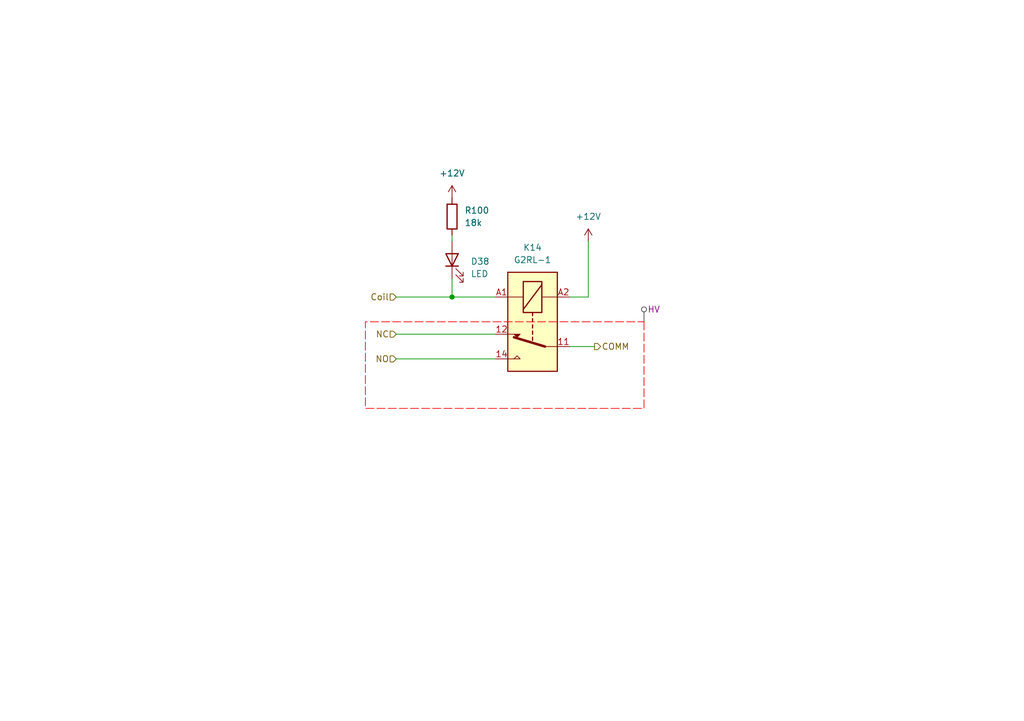
<source format=kicad_sch>
(kicad_sch (version 20250114) (generator "eeschema") (generator_version "9.0")
  (paper "A5")
  (lib_symbols
    (symbol "Device:LED" (pin_numbers (hide yes)) (pin_names (offset 1.016) (hide yes))
      (property "Reference" "D" (at 0 2.54 0))
      (property "Value" "LED" (at 0 -2.54 0))
      (symbol "LED_0_1"
        (polyline (pts (xy -3.048 -0.762) (xy -4.572 -2.286) (xy -3.81 -2.286) (xy -4.572 -2.286) (xy -4.572 -1.524)))
        (polyline (pts (xy -1.778 -0.762) (xy -3.302 -2.286) (xy -2.54 -2.286) (xy -3.302 -2.286) (xy -3.302 -1.524)))
        (polyline (pts (xy -1.27 0) (xy 1.27 0)))
        (polyline (pts (xy -1.27 -1.27) (xy -1.27 1.27)) (stroke (width 0.254)))
        (polyline (pts (xy 1.27 -1.27) (xy 1.27 1.27) (xy -1.27 0) (xy 1.27 -1.27)) (stroke (width 0.254)))
      )
      (symbol "LED_1_1"
        (pin passive line (at -3.81 0 0) (length 2.54) (name "K") (number "1"))
        (pin passive line (at 3.81 0 180) (length 2.54) (name "A") (number "2"))
      )
    )
    (symbol "Device:R" (pin_numbers (hide yes)) (pin_names (offset 0))
      (property "Reference" "R" (at 2.032 0 90))
      (property "Value" "R" (at 0 0 90))
      (symbol "R_0_1"
        (rectangle (start -1.016 -2.54) (end 1.016 2.54) (stroke (width 0.254)))
      )
      (symbol "R_1_1"
        (pin passive line (at 0 3.81 270) (length 1.27) (name "~") (number "1"))
        (pin passive line (at 0 -3.81 90) (length 1.27) (name "~") (number "2"))
      )
    )
    (symbol "Relay:G2RL-1"
      (property "Reference" "K" (at 11.43 3.81 0))
      (property "Value" "G2RL-1" (at 11.43 1.27 0))
      (symbol "G2RL-1_0_0"
        (polyline (pts (xy 7.62 5.08) (xy 7.62 2.54) (xy 6.985 3.175) (xy 7.62 3.81)))
      )
      (symbol "G2RL-1_0_1"
        (rectangle (start -10.16 5.08) (end 10.16 -5.08) (stroke (width 0.254)) (fill (type background)))
        (rectangle (start -8.255 1.905) (end -1.905 -1.905) (stroke (width 0.254)))
        (polyline (pts (xy -7.62 -1.905) (xy -2.54 1.905)) (stroke (width 0.254)))
        (polyline (pts (xy -5.08 5.08) (xy -5.08 1.905)))
        (polyline (pts (xy -5.08 -5.08) (xy -5.08 -1.905)))
        (polyline (pts (xy -1.905 0) (xy -1.27 0)) (stroke (width 0.254)))
        (polyline (pts (xy -0.635 0) (xy 0 0)) (stroke (width 0.254)))
        (polyline (pts (xy 0.635 0) (xy 1.27 0)) (stroke (width 0.254)))
        (polyline (pts (xy 1.905 0) (xy 2.54 0)) (stroke (width 0.254)))
        (polyline (pts (xy 2.54 5.08) (xy 2.54 2.54) (xy 3.175 3.175) (xy 2.54 3.81)) (fill (type outline)))
        (polyline (pts (xy 3.175 0) (xy 3.81 0)) (stroke (width 0.254)))
        (polyline (pts (xy 5.08 -2.54) (xy 3.175 3.81)) (stroke (width 0.508)))
        (polyline (pts (xy 5.08 -2.54) (xy 5.08 -5.08)))
      )
      (symbol "G2RL-1_1_1"
        (pin passive line (at -5.08 7.62 270) (length 2.54) (name "~") (number "A1"))
        (pin passive line (at -5.08 -7.62 90) (length 2.54) (name "~") (number "A2"))
        (pin passive line (at 2.54 7.62 270) (length 2.54) (name "~") (number "12"))
        (pin passive line (at 5.08 -7.62 90) (length 2.54) (name "~") (number "11"))
        (pin passive line (at 7.62 7.62 270) (length 2.54) (name "~") (number "14"))
      )
    )
    (symbol "power:+12V" (power) (pin_numbers (hide yes)) (pin_names (offset 0) (hide yes))
      (property "Value" "+12V" (at 0 3.556 0))
      (symbol "+12V_0_1"
        (polyline (pts (xy -0.762 1.27) (xy 0 2.54)))
        (polyline (pts (xy 0 2.54) (xy 0.762 1.27)))
        (polyline (pts (xy 0 0) (xy 0 2.54)))
      )
      (symbol "+12V_1_1"
        (pin power_in line (at 0 0 90) (length 0) (name "~") (number "1"))
      )
    )
  )
  (junction (at 92.71 60.96))
  (wire (pts (xy 81.28 73.66) (xy 101.6 73.66)))
  (wire (pts (xy 81.28 60.96) (xy 92.71 60.96)))
  (wire (pts (xy 120.65 49.53) (xy 120.65 60.96)))
  (wire (pts (xy 92.71 60.96) (xy 101.6 60.96)))
  (wire (pts (xy 121.92 71.12) (xy 116.84 71.12)))
  (wire (pts (xy 81.28 68.58) (xy 101.6 68.58)))
  (wire (pts (xy 92.71 60.96) (xy 92.71 57.15)))
  (wire (pts (xy 120.65 60.96) (xy 116.84 60.96)))
  (wire (pts (xy 92.71 48.26) (xy 92.71 49.53)))
  (hierarchical_label "NO" (shape input) (at 81.28 73.66 180))
  (hierarchical_label "COMM" (shape output) (at 121.92 71.12 0))
  (hierarchical_label "NC" (shape input) (at 81.28 68.58 180))
  (hierarchical_label "Coil" (shape input) (at 81.28 60.96 180))
  (rule_area (polyline (pts (xy 132.08 66.04) (xy 132.08 83.82) (xy 74.93 83.82) (xy 74.93 66.04)) (stroke (width 0) (type dash))))
  (netclass_flag "" (length 2.54) (shape round) (at 132.08 66.04 0) (property "Netclass" "HV" (at 132.7785 63.5 0) (effects (justify left))))
  (symbol (lib_id "Device:R") (at 92.71 44.45 0) (unit 1)
    (property "Reference" "R87" (at 95.25 43.1799 0) (effects (justify left)))
    (property "Value" "18k" (at 95.25 45.7199 0) (effects (justify left)))
    (property "Footprint" "Resistor_SMD:R_0603_1608Metric" (effects (hide yes)))
    (property "Description" "Resistor" (effects (hide yes)))
    (instances (project "esp32-didatic-kit" (path "" (reference "R100") (unit 1)) (path "" (reference "R97") (unit 1)) (path "" (reference "R99") (unit 1)) (path "" (reference "R96") (unit 1)) (path "" (reference "R102") (unit 1)) (path "" (reference "R98") (unit 1)) (path "" (reference "R101") (unit 1)) (path "" (reference "R95") (unit 1)) (path "" (reference "R90") (unit 1)) (path "" (reference "R91") (unit 1)) (path "" (reference "R89") (unit 1)) (path "" (reference "R88") (unit 1)) (path "" (reference "R94") (unit 1)) (path "" (reference "R92") (unit 1)) (path "" (reference "R93") (unit 1)) (path "" (reference "R87") (unit 1))))
  )
  (symbol (lib_id "power:+12V") (at 92.71 40.64 0) (unit 1)
    (property "Reference" "#PWR081" (effects (hide yes)))
    (property "Value" "+12V" (at 92.71 35.56 0))
    (property "Description" "Power symbol creates a global label with name \"+12V\"" (effects (hide yes)))
    (instances (project "esp32-didatic-kit" (path "" (reference "#PWR0109") (unit 1)) (path "" (reference "#PWR0103") (unit 1)) (path "" (reference "#PWR0107") (unit 1)) (path "" (reference "#PWR0101") (unit 1)) (path "" (reference "#PWR0113") (unit 1)) (path "" (reference "#PWR0105") (unit 1)) (path "" (reference "#PWR0111") (unit 1)) (path "" (reference "#PWR099") (unit 1)) (path "" (reference "#PWR087") (unit 1)) (path "" (reference "#PWR089") (unit 1)) (path "" (reference "#PWR085") (unit 1)) (path "" (reference "#PWR083") (unit 1)) (path "" (reference "#PWR095") (unit 1)) (path "" (reference "#PWR091") (unit 1)) (path "" (reference "#PWR093") (unit 1)) (path "" (reference "#PWR081") (unit 1))))
  )
  (symbol (lib_id "Relay:G2RL-1") (at 109.22 66.04 90) (mirror x) (unit 1)
    (property "Reference" "K1" (at 109.22 50.8 90))
    (property "Value" "G2RL-1" (at 109.22 53.34 90))
    (property "Footprint" "Relay_THT:Relay_SPDT_Omron_G2RL-1" (effects (hide yes)))
    (property "Datasheet" "https://omronfs.omron.com/en_US/ecb/products/pdf/en-g2rl.pdf" (effects (hide yes)))
    (property "Description" "General Purpose Low Profile Relay SPDT Through Hole, Omron G2RL series, 12A 250VAC" (effects (hide yes)))
    (instances (project "esp32-didatic-kit" (path "" (reference "K14") (unit 1)) (path "" (reference "K11") (unit 1)) (path "" (reference "K13") (unit 1)) (path "" (reference "K10") (unit 1)) (path "" (reference "K16") (unit 1)) (path "" (reference "K12") (unit 1)) (path "" (reference "K15") (unit 1)) (path "" (reference "K9") (unit 1)) (path "" (reference "K4") (unit 1)) (path "" (reference "K5") (unit 1)) (path "" (reference "K3") (unit 1)) (path "" (reference "K2") (unit 1)) (path "" (reference "K8") (unit 1)) (path "" (reference "K6") (unit 1)) (path "" (reference "K7") (unit 1)) (path "" (reference "K1") (unit 1))))
  )
  (symbol (lib_id "power:+12V") (at 120.65 49.53 0) (unit 1)
    (property "Reference" "#PWR082" (effects (hide yes)))
    (property "Value" "+12V" (at 120.65 44.45 0))
    (property "Description" "Power symbol creates a global label with name \"+12V\"" (effects (hide yes)))
    (instances (project "esp32-didatic-kit" (path "" (reference "#PWR0110") (unit 1)) (path "" (reference "#PWR0104") (unit 1)) (path "" (reference "#PWR0108") (unit 1)) (path "" (reference "#PWR0102") (unit 1)) (path "" (reference "#PWR0114") (unit 1)) (path "" (reference "#PWR0106") (unit 1)) (path "" (reference "#PWR0112") (unit 1)) (path "" (reference "#PWR0100") (unit 1)) (path "" (reference "#PWR088") (unit 1)) (path "" (reference "#PWR090") (unit 1)) (path "" (reference "#PWR086") (unit 1)) (path "" (reference "#PWR084") (unit 1)) (path "" (reference "#PWR096") (unit 1)) (path "" (reference "#PWR092") (unit 1)) (path "" (reference "#PWR094") (unit 1)) (path "" (reference "#PWR082") (unit 1))))
  )
  (symbol (lib_id "Device:LED") (at 92.71 53.34 90) (unit 1)
    (property "Reference" "D25" (at 96.52 53.6574 90) (effects (justify right)))
    (property "Value" "LED" (at 96.52 56.1974 90) (effects (justify right)))
    (property "Footprint" "LED_SMD:LED_0603_1608Metric" (effects (hide yes)))
    (property "Description" "Light emitting diode" (effects (hide yes)))
    (property "Sim.Pins" "1=K 2=A" (effects (hide yes)))
    (instances (project "esp32-didatic-kit" (path "" (reference "D38") (unit 1)) (path "" (reference "D35") (unit 1)) (path "" (reference "D37") (unit 1)) (path "" (reference "D34") (unit 1)) (path "" (reference "D40") (unit 1)) (path "" (reference "D36") (unit 1)) (path "" (reference "D39") (unit 1)) (path "" (reference "D33") (unit 1)) (path "" (reference "D28") (unit 1)) (path "" (reference "D29") (unit 1)) (path "" (reference "D27") (unit 1)) (path "" (reference "D26") (unit 1)) (path "" (reference "D32") (unit 1)) (path "" (reference "D30") (unit 1)) (path "" (reference "D31") (unit 1)) (path "" (reference "D25") (unit 1))))
  )
)
</source>
